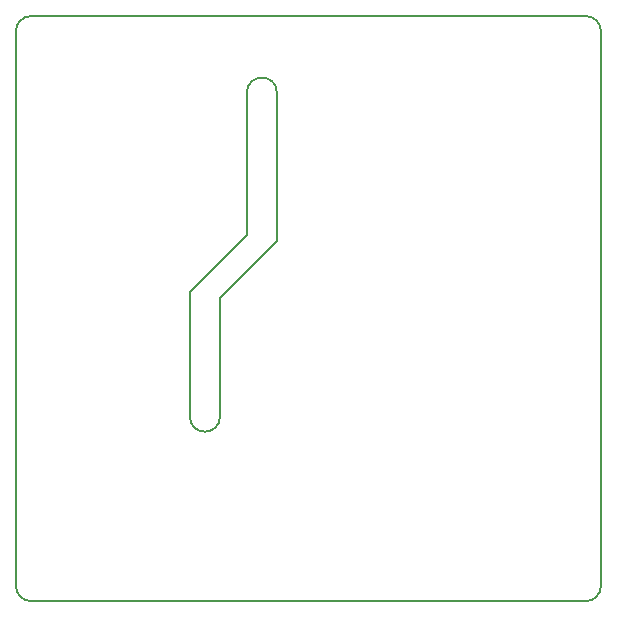
<source format=gm1>
G04 #@! TF.GenerationSoftware,KiCad,Pcbnew,5.0.2-bee76a0~70~ubuntu18.04.1*
G04 #@! TF.CreationDate,2019-08-21T20:27:37+02:00*
G04 #@! TF.ProjectId,Ceiling lamp,4365696c-696e-4672-906c-616d702e6b69,rev?*
G04 #@! TF.SameCoordinates,Original*
G04 #@! TF.FileFunction,Profile,NP*
%FSLAX46Y46*%
G04 Gerber Fmt 4.6, Leading zero omitted, Abs format (unit mm)*
G04 Created by KiCad (PCBNEW 5.0.2-bee76a0~70~ubuntu18.04.1) date mié 21 ago 2019 20:27:37 CEST*
%MOMM*%
%LPD*%
G01*
G04 APERTURE LIST*
%ADD10C,0.200000*%
G04 APERTURE END LIST*
D10*
X88138000Y-65532000D02*
X83312000Y-70358000D01*
X90678000Y-66040000D02*
X85852000Y-70866000D01*
X88138000Y-53467000D02*
X88138000Y-65532000D01*
X90678000Y-53467000D02*
X90678000Y-66040000D01*
X88138000Y-53467000D02*
G75*
G02X90678000Y-53467000I1270000J0D01*
G01*
X68580000Y-48260000D02*
G75*
G02X69850000Y-46990000I1270000J0D01*
G01*
X69850000Y-96520000D02*
G75*
G02X68580000Y-95250000I0J1270000D01*
G01*
X118110000Y-95250000D02*
G75*
G02X116840000Y-96520000I-1270000J0D01*
G01*
X116840000Y-46990000D02*
G75*
G02X118110000Y-48260000I0J-1270000D01*
G01*
X85852000Y-80899000D02*
G75*
G02X83312000Y-80899000I-1270000J0D01*
G01*
X85852000Y-70866000D02*
X85852000Y-80899000D01*
X83312000Y-70358000D02*
X83312000Y-80899000D01*
X69850000Y-96520000D02*
X116840000Y-96520000D01*
X118110000Y-95250000D02*
X118110000Y-48260000D01*
X68580000Y-48260000D02*
X68580000Y-95250000D01*
X116840000Y-46990000D02*
X69850000Y-46990000D01*
M02*

</source>
